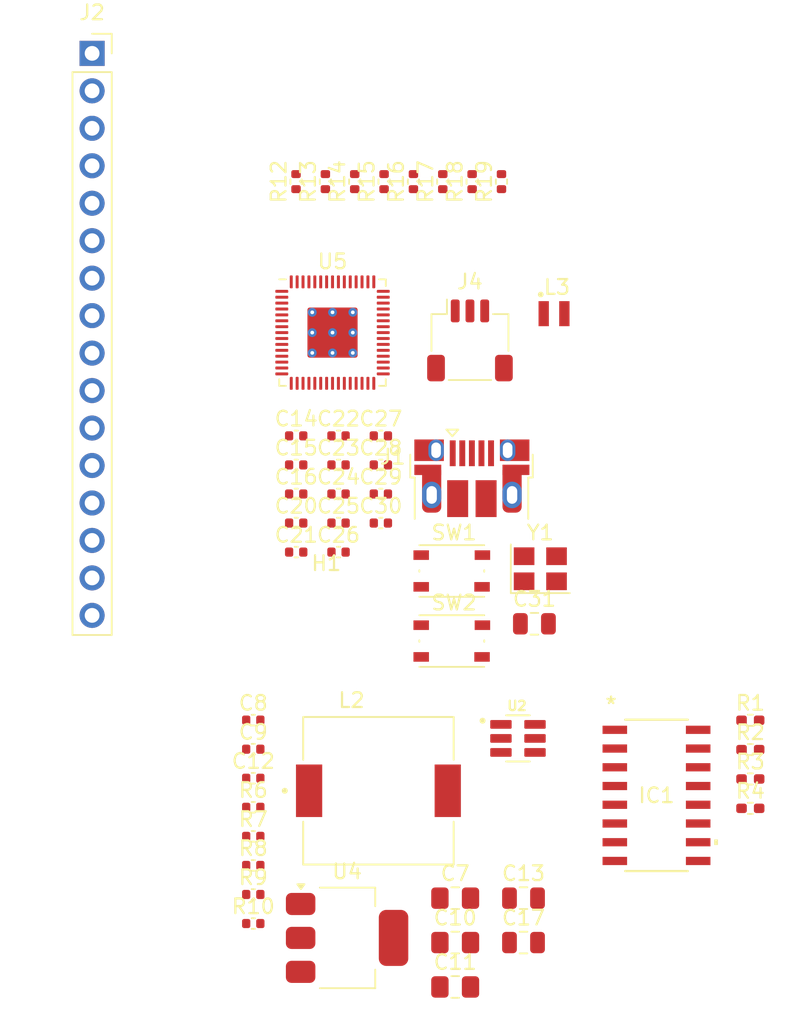
<source format=kicad_pcb>
(kicad_pcb (version 20241229) (generator "pcbnew") (generator_version "9.0")
  (layers (0 "F.Cu" signal) (2 "B.Cu" signal) (13 "F.Paste" user) (15 "B.Paste" user) (5 "F.SilkS" user "F.Silkscreen") (7 "B.SilkS" user "B.Silkscreen") (1 "F.Mask" user) (3 "B.Mask" user) (25 "Edge.Cuts" user))
  (net 0 "")
  (net 1 "GND")
  (net 2 "+12V")
  (net 3 "Net-(U2-BOOT)")
  (net 4 "Net-(U2-SW)")
  (net 5 "+5V")
  (net 6 "Net-(C12-Pad1)")
  (net 7 "/Power/FB")
  (net 8 "/RP2350A/XIN")
  (net 9 "Net-(C15-Pad1)")
  (net 10 "+3V3")
  (net 11 "+1V1")
  (net 12 "/RP2350A/VREG_AVDD")
  (net 13 "Net-(IC1-VIN2N)")
  (net 14 "AVDD")
  (net 16 "Net-(IC1-VBG)")
  (net 17 "Net-(IC1-VIN1P)")
  (net 19 "VCC")
  (net 20 "Net-(IC1-VIN2P)")
  (net 21 "/LOAD_CELL_DRDY")
  (net 22 "/LOAD_CELL_I2C_SDA")
  (net 23 "Net-(IC1-VIN1N)")
  (net 24 "/LOAD_CELL_I2C_SCL")
  (net 25 "/RP2350A/USB_D+")
  (net 26 "/RP2350A/USB_D-")
  (net 27 "/RP2350A/5V_USB")
  (net 29 "/LCD_RS{slash}DI")
  (net 30 "/LCD_A")
  (net 31 "/LCD_DB0")
  (net 32 "/LCD_E")
  (net 33 "/LCD_R_W")
  (net 34 "/LCD_DB3")
  (net 35 "/LCD_DB7")
  (net 36 "/LCD_VO")
  (net 37 "/LCD_DB2")
  (net 38 "/LCD_DB1")
  (net 39 "/LCD_DB6")
  (net 40 "/LCD_DB5")
  (net 41 "/LCD_DB4")
  (net 42 "/RP2350A/SWCLK")
  (net 43 "/RP2350A/SWD")
  (net 44 "/RP2350A/VREG_LX")
  (net 45 "/LOAD_CELL_P")
  (net 46 "/LOAD_CELL_N")
  (net 47 "Net-(U2-EN)")
  (net 48 "/RP2350A/QSPI_SS")
  (net 49 "/RP2350A/FLASH_SS")
  (net 50 "/RP2350A/XOUT")
  (net 51 "Net-(R15-Pad1)")
  (net 52 "/RP2350A/~{USB_BOOT}")
  (net 53 "Net-(U5-USB_DP)")
  (net 54 "Net-(U5-USB_DM)")
  (net 55 "/RP2350A/RUN")
  (net 56 "/RP2350A/GPIO26_ADC0")
  (net 57 "/RP2350A/QSPI_SD0")
  (net 58 "/RP2350A/GPIO20")
  (net 59 "/RP2350A/GPIO16")
  (net 60 "/RP2350A/QSPI_SCLK")
  (net 61 "/RP2350A/GPIO25")
  (net 62 "/RP2350A/GPIO21")
  (net 63 "/RP2350A/GPIO13")
  (net 64 "/RP2350A/GPIO18")
  (net 65 "/RP2350A/GPIO23")
  (net 66 "/RP2350A/QSPI_SD3")
  (net 67 "/MAIN_MCU_I2C_SDA")
  (net 68 "/RP2350A/QSPI_SD1")
  (net 69 "/RP2350A/GPIO22")
  (net 70 "/MAIN_MCU_I2C_SCL")
  (net 71 "/RP2350A/GPIO19")
  (net 72 "/RP2350A/GPIO27_ADC1")
  (net 73 "/RP2350A/GPIO29_ADC3")
  (net 74 "/RP2350A/GPIO28_ADC2")
  (net 75 "/RP2350A/GPIO24")
  (net 76 "/RP2350A/QSPI_SD2")
  (footprint "Resistor_SMD:R_0402_1005Metric" (layer "F.Cu") (at 331.14 19.44 90)
    (property "Reference" "R13" (at 0 -1.17 90) (layer "F.SilkS"))
    (property "Value" "DNF")
    (pad "1" smd roundrect (at -0.51 0 90) (size 0.54 0.64) (layers "F.Cu" "F.Mask" "F.Paste") (net 10 "+3V3"))
    (pad "2" smd roundrect (at 0.51 0 90) (size 0.54 0.64) (layers "F.Cu" "F.Mask" "F.Paste") (net 49 "/RP2350A/FLASH_SS"))
  )
  (footprint "Capacitor_SMD:C_0402_1005Metric" (layer "F.Cu") (at 332.0325 40.615)
    (property "Reference" "C24" (at 0 -1.16 0) (layer "F.SilkS"))
    (property "Value" "100n")
    (pad "1" smd roundrect (at -0.48 0) (size 0.56 0.62) (layers "F.Cu" "F.Mask" "F.Paste") (net 10 "+3V3"))
    (pad "2" smd roundrect (at 0.48 0) (size 0.56 0.62) (layers "F.Cu" "F.Mask" "F.Paste") (net 1 "GND"))
  )
  (footprint "Resistor_SMD:R_0402_1005Metric_Pad0.72x0.64mm_HandSolder" (layer "F.Cu") (at 359.9525 57.945)
    (property "Reference" "R2" (at 0 -1.17 0) (layer "F.SilkS"))
    (property "Value" "47, 0.1%")
    (pad "1" smd roundrect (at -0.5975 0) (size 0.715 0.64) (layers "F.Cu" "F.Mask" "F.Paste") (net 17 "Net-(IC1-VIN1P)"))
    (pad "2" smd roundrect (at 0.5975 0) (size 0.715 0.64) (layers "F.Cu" "F.Mask" "F.Paste") (net 46 "/LOAD_CELL_N"))
  )
  (footprint "Capacitor_SMD:C_0402_1005Metric" (layer "F.Cu") (at 329.1625 40.615)
    (property "Reference" "C16" (at 0 -1.16 0) (layer "F.SilkS"))
    (property "Value" "100n")
    (pad "1" smd roundrect (at -0.48 0) (size 0.56 0.62) (layers "F.Cu" "F.Mask" "F.Paste") (net 10 "+3V3"))
    (pad "2" smd roundrect (at 0.48 0) (size 0.56 0.62) (layers "F.Cu" "F.Mask" "F.Paste") (net 1 "GND"))
  )
  (footprint "Capacitor_SMD:C_0402_1005Metric" (layer "F.Cu") (at 332.0325 44.555)
    (property "Reference" "C26" (at 0 -1.16 0) (layer "F.SilkS"))
    (property "Value" "100n")
    (pad "1" smd roundrect (at -0.48 0) (size 0.56 0.62) (layers "F.Cu" "F.Mask" "F.Paste") (net 10 "+3V3"))
    (pad "2" smd roundrect (at 0.48 0) (size 0.56 0.62) (layers "F.Cu" "F.Mask" "F.Paste") (net 1 "GND"))
  )
  (footprint "Capacitor_SMD:C_0402_1005Metric" (layer "F.Cu") (at 329.1625 42.585)
    (property "Reference" "C20" (at 0 -1.16 0) (layer "F.SilkS"))
    (property "Value" "100n")
    (pad "1" smd roundrect (at -0.48 0) (size 0.56 0.62) (layers "F.Cu" "F.Mask" "F.Paste") (net 11 "+1V1"))
    (pad "2" smd roundrect (at 0.48 0) (size 0.56 0.62) (layers "F.Cu" "F.Mask" "F.Paste") (net 1 "GND"))
  )
  (footprint "Crystal:Crystal_SMD_3225-4Pin_3.2x2.5mm" (layer "F.Cu") (at 345.7125 45.685)
    (property "Reference" "Y1" (at 0 -2.45 0) (layer "F.SilkS"))
    (property "Value" "ABM8-272-T3")
    (pad "1" smd rect (at -1.1 0.85) (size 1.4 1.2) (layers "F.Cu" "F.Mask" "F.Paste") (net 8 "/RP2350A/XIN"))
    (pad "2" smd rect (at 1.1 0.85) (size 1.4 1.2) (layers "F.Cu" "F.Mask" "F.Paste") (net 1 "GND"))
    (pad "3" smd rect (at 1.1 -0.85) (size 1.4 1.2) (layers "F.Cu" "F.Mask" "F.Paste") (net 9 "Net-(C15-Pad1)"))
    (pad "4" smd rect (at -1.1 -0.85) (size 1.4 1.2) (layers "F.Cu" "F.Mask" "F.Paste") (net 1 "GND"))
  )
  (footprint "Capacitor_SMD:C_0402_1005Metric" (layer "F.Cu") (at 329.1625 44.555)
    (property "Reference" "C21" (at 0 -1.16 0) (layer "F.SilkS"))
    (property "Value" "4.7u")
    (pad "1" smd roundrect (at -0.48 0) (size 0.56 0.62) (layers "F.Cu" "F.Mask" "F.Paste") (net 12 "/RP2350A/VREG_AVDD"))
    (pad "2" smd roundrect (at 0.48 0) (size 0.56 0.62) (layers "F.Cu" "F.Mask" "F.Paste") (net 1 "GND"))
  )
  (footprint "Capacitor_SMD:C_0805_2012Metric" (layer "F.Cu") (at 344.5725 71.025)
    (property "Reference" "C17" (at 0 -1.68 0) (layer "F.SilkS"))
    (property "Value" "10u")
    (pad "1" smd roundrect (at -0.95 0) (size 1 1.45) (layers "F.Cu" "F.Mask" "F.Paste") (net 10 "+3V3"))
    (pad "2" smd roundrect (at 0.95 0) (size 1 1.45) (layers "F.Cu" "F.Mask" "F.Paste") (net 1 "GND"))
  )
  (footprint "Capacitor_SMD:C_0805_2012Metric_Pad1.18x1.45mm_HandSolder" (layer "F.Cu") (at 339.9425 68.015)
    (property "Reference" "C7" (at 0 -1.68 0) (layer "F.SilkS"))
    (property "Value" "22uF")
    (pad "1" smd roundrect (at -1.0375 0) (size 1.175 1.45) (layers "F.Cu" "F.Mask" "F.Paste") (roundrect_rratio 0.212766) (net 2 "+12V"))
    (pad "2" smd roundrect (at 1.0375 0) (size 1.175 1.45) (layers "F.Cu" "F.Mask" "F.Paste") (roundrect_rratio 0.212766) (net 1 "GND"))
  )
  (footprint "49022_Footprints:USB_Micro-B_Amphenol_10103594-0001LF_Horizontal_modified" (layer "F.Cu") (at 341.0725 40.68)
    (property "Reference" "J1" (at -5.365 -2.58 180) (layer "F.SilkS"))
    (property "Value" "USB_B_Micro")
    (pad "1" smd rect (at -1.3 -2.825 90) (size 1.75 0.4) (layers "F.Cu" "F.Mask" "F.Paste") (net 27 "/RP2350A/5V_USB"))
    (pad "2" smd rect (at -0.65 -2.825 90) (size 1.75 0.4) (layers "F.Cu" "F.Mask" "F.Paste") (net 26 "/RP2350A/USB_D-"))
    (pad "3" smd rect (at 0 -2.825 90) (size 1.75 0.4) (layers "F.Cu" "F.Mask" "F.Paste") (net 25 "/RP2350A/USB_D+"))
    (pad "4" smd rect (at 0.65 -2.825 90) (size 1.75 0.4) (layers "F.Cu" "F.Mask" "F.Paste"))
    (pad "5" smd rect (at 1.3 -2.825 90) (size 1.75 0.4) (layers "F.Cu" "F.Mask" "F.Paste") (net 1 "GND"))
    (pad "6" smd rect (at -2.9875 -1.7) (size 1.825 0.7) (layers "F.Cu" "F.Mask" "F.Paste") (net 1 "GND"))
    (pad "6" smd rect (at -2.9 -3.03) (size 2 1.46) (layers "F.Cu" "F.Mask" "F.Paste") (net 1 "GND"))
    (pad "6" smd roundrect (at -2.725 -0.425) (size 1.3 3.25) (layers "F.Cu" "F.Mask" "F.Paste") (roundrect_rratio 0.296) (net 1 "GND"))
    (pad "6" thru_hole oval (at -2.725 0 90) (size 1.8 1.3) (drill oval 1.2 0.7) (layers "*.Cu" "*.Mask") (net 1 "GND"))
    (pad "6" thru_hole oval (at -2.425 -3.03 90) (size 1.45 1.05) (drill oval 1.05 0.65) (layers "*.Cu" "*.Mask") (net 1 "GND"))
    (pad "6" smd rect (at -0.9625 0.25 90) (size 2.5 1.425) (layers "F.Cu" "F.Mask" "F.Paste") (net 1 "GND"))
    (pad "6" smd rect (at 0.9625 0.25 90) (size 2.5 1.425) (layers "F.Cu" "F.Mask" "F.Paste") (net 1 "GND"))
    (pad "6" thru_hole oval (at 2.425 -3.03 90) (size 1.45 1.05) (drill oval 1.05 0.65) (layers "*.Cu" "*.Mask") (net 1 "GND"))
    (pad "6" smd roundrect (at 2.725 -0.425) (size 1.3 3.25) (layers "F.Cu" "F.Mask" "F.Paste") (roundrect_rratio 0.296) (net 1 "GND"))
    (pad "6" thru_hole oval (at 2.725 0 90) (size 1.8 1.3) (drill oval 1.2 0.7) (layers "*.Cu" "*.Mask") (net 1 "GND"))
    (pad "6" smd rect (at 2.9 -3.03) (size 2 1.46) (layers "F.Cu" "F.Mask" "F.Paste") (net 1 "GND"))
    (pad "6" smd rect (at 2.9875 -1.7) (size 1.825 0.7) (layers "F.Cu" "F.Mask" "F.Paste") (net 1 "GND"))
  )
  (footprint "MountingHole:MountingHole_2.7mm_M2.5" (layer "F.Cu") (at 331.2025 49.015)
    (property "Reference" "H1" (at 0 -3.7 0) (layer "F.SilkS"))
    (property "Value" "MountingHole")
    (pad "" np_thru_hole circle (at 0 0) (size 2.7 2.7) (drill 2.7) (layers "*.Cu" "*.Mask"))
  )
  (footprint "Capacitor_SMD:C_0805_2012Metric" (layer "F.Cu") (at 344.5725 68.015)
    (property "Reference" "C13" (at 0 -1.68 0) (layer "F.SilkS"))
    (property "Value" "10u")
    (pad "1" smd roundrect (at -0.95 0) (size 1 1.45) (layers "F.Cu" "F.Mask" "F.Paste") (net 5 "+5V"))
    (pad "2" smd roundrect (at 0.95 0) (size 1 1.45) (layers "F.Cu" "F.Mask" "F.Paste") (net 1 "GND"))
  )
  (footprint "49022_Footprints:TPS54202" (layer "F.Cu") (at 344.1975 57.185)
    (property "Reference" "U2" (at -0.068 -2.2064 0) (layer "F.SilkS") (effects (font (size 0.64 0.64))))
    (property "Value" "TPS54202DDCT")
    (pad "1" smd roundrect (at -1.155 -0.95) (size 1.45 0.59) (layers "F.Cu" "F.Mask" "F.Paste") (roundrect_rratio 0.125) (net 1 "GND"))
    (pad "2" smd roundrect (at -1.155 0) (size 1.45 0.59) (layers "F.Cu" "F.Mask" "F.Paste") (roundrect_rratio 0.125) (net 4 "Net-(U2-SW)"))
    (pad "3" smd roundrect (at -1.155 0.95) (size 1.45 0.59) (layers "F.Cu" "F.Mask" "F.Paste") (roundrect_rratio 0.125) (net 2 "+12V"))
    (pad "4" smd roundrect (at 1.155 0.95) (size 1.45 0.59) (layers "F.Cu" "F.Mask" "F.Paste") (roundrect_rratio 0.125) (net 7 "/Power/FB"))
    (pad "5" smd roundrect (at 1.155 0) (size 1.45 0.59) (layers "F.Cu" "F.Mask" "F.Paste") (roundrect_rratio 0.125) (net 47 "Net-(U2-EN)"))
    (pad "6" smd roundrect (at 1.155 -0.95) (size 1.45 0.59) (layers "F.Cu" "F.Mask" "F.Paste") (roundrect_rratio 0.125) (net 3 "Net-(U2-BOOT)"))
  )
  (footprint "Capacitor_SMD:C_0402_1005Metric" (layer "F.Cu") (at 326.2525 67.765)
    (property "Reference" "R9" (at 0 -1.16 0) (layer "F.SilkS"))
    (property "Value" "100k, 1%")
    (pad "1" smd roundrect (at -0.48 0) (size 0.56 0.62) (layers "F.Cu" "F.Mask" "F.Paste") (net 6 "Net-(C12-Pad1)"))
    (pad "2" smd roundrect (at 0.48 0) (size 0.56 0.62) (layers "F.Cu" "F.Mask" "F.Paste") (net 7 "/Power/FB"))
  )
  (footprint "Capacitor_SMD:C_0805_2012Metric_Pad1.18x1.45mm_HandSolder" (layer "F.Cu") (at 339.9425 71.025)
    (property "Reference" "C10" (at 0 -1.68 0) (layer "F.SilkS"))
    (property "Value" "22uF,25V")
    (pad "1" smd roundrect (at -1.0375 0) (size 1.175 1.45) (layers "F.Cu" "F.Mask" "F.Paste") (roundrect_rratio 0.212766) (net 5 "+5V"))
    (pad "2" smd roundrect (at 1.0375 0) (size 1.175 1.45) (layers "F.Cu" "F.Mask" "F.Paste") (roundrect_rratio 0.212766) (net 1 "GND"))
  )
  (footprint "Capacitor_SMD:C_0805_2012Metric_Pad1.18x1.45mm_HandSolder" (layer "F.Cu") (at 339.9425 74.035)
    (property "Reference" "C11" (at 0 -1.68 0) (layer "F.SilkS"))
    (property "Value" "22uF,25V")
    (pad "1" smd roundrect (at -1.0375 0) (size 1.175 1.45) (layers "F.Cu" "F.Mask" "F.Paste") (roundrect_rratio 0.212766) (net 5 "+5V"))
    (pad "2" smd roundrect (at 1.0375 0) (size 1.175 1.45) (layers "F.Cu" "F.Mask" "F.Paste") (roundrect_rratio 0.212766) (net 1 "GND"))
  )
  (footprint "Button_Switch_SMD:SW_Push_1P1T_NO_Vertical_Wuerth_434133025816" (layer "F.Cu") (at 339.7125 50.585)
    (property "Reference" "SW2" (at 0.15 -2.6 0) (layer "F.SilkS"))
    (property "Value" "SW_Push")
    (pad "1" smd rect (at -2.075 -1.075) (size 1.05 0.65) (layers "F.Cu" "F.Mask" "F.Paste") (net 51 "Net-(R15-Pad1)"))
    (pad "1" smd rect (at 2.075 -1.075) (size 1.05 0.65) (layers "F.Cu" "F.Mask" "F.Paste") (net 51 "Net-(R15-Pad1)"))
    (pad "2" smd rect (at -2.075 1.075) (size 1.05 0.65) (layers "F.Cu" "F.Mask" "F.Paste") (net 55 "/RP2350A/RUN"))
    (pad "2" smd rect (at 2.05 1.075) (size 1.05 0.65) (layers "F.Cu" "F.Mask" "F.Paste") (net 55 "/RP2350A/RUN"))
  )
  (footprint "Capacitor_SMD:C_0402_1005Metric" (layer "F.Cu") (at 334.9025 40.615)
    (property "Reference" "C29" (at 0 -1.16 0) (layer "F.SilkS"))
    (property "Value" "100n")
    (pad "1" smd roundrect (at -0.48 0) (size 0.56 0.62) (layers "F.Cu" "F.Mask" "F.Paste") (net 10 "+3V3"))
    (pad "2" smd roundrect (at 0.48 0) (size 0.56 0.62) (layers "F.Cu" "F.Mask" "F.Paste") (net 1 "GND"))
  )
  (footprint "Resistor_SMD:R_0402_1005Metric_Pad0.72x0.64mm_HandSolder" (layer "F.Cu") (at 359.9525 61.925)
    (property "Reference" "R4" (at 0 -1.17 0) (layer "F.SilkS"))
    (property "Value" "10K, 1%")
    (pad "1" smd roundrect (at -0.5975 0) (size 0.715 0.64) (layers "F.Cu" "F.Mask" "F.Paste") (net 24 "/LOAD_CELL_I2C_SCL"))
    (pad "2" smd roundrect (at 0.5975 0) (size 0.715 0.64) (layers "F.Cu" "F.Mask" "F.Paste") (net 19 "VCC"))
  )
  (footprint "Capacitor_SMD:C_0402_1005Metric" (layer "F.Cu") (at 332.0325 38.645)
    (property "Reference" "C23" (at 0 -1.16 0) (layer "F.SilkS"))
    (property "Value" "100n")
    (pad "1" smd roundrect (at -0.48 0) (size 0.56 0.62) (layers "F.Cu" "F.Mask" "F.Paste") (net 11 "+1V1"))
    (pad "2" smd roundrect (at 0.48 0) (size 0.56 0.62) (layers "F.Cu" "F.Mask" "F.Paste") (net 1 "GND"))
  )
  (footprint "Resistor_SMD:R_0402_1005Metric" (layer "F.Cu") (at 329.15 19.44 90)
    (property "Reference" "R12" (at 0 -1.17 90) (layer "F.SilkS"))
    (property "Value" "0")
    (pad "1" smd roundrect (at -0.51 0 90) (size 0.54 0.64) (layers "F.Cu" "F.Mask" "F.Paste") (net 48 "/RP2350A/QSPI_SS"))
    (pad "2" smd roundrect (at 0.51 0 90) (size 0.54 0.64) (layers "F.Cu" "F.Mask" "F.Paste") (net 49 "/RP2350A/FLASH_SS"))
  )
  (footprint "Connector_JST:JST_SH_SM03B-SRSS-TB_1x03-1MP_P1.00mm_Horizontal" (layer "F.Cu") (at 340.9425 30.205)
    (property "Reference" "J4" (at 0 -3.98 0) (layer "F.SilkS"))
    (property "Value" "SM03B-SRSS-TB")
    (pad "1" smd roundrect (at -1 -2) (size 0.6 1.55) (layers "F.Cu" "F.Mask" "F.Paste") (net 42 "/RP2350A/SWCLK"))
    (pad "2" smd roundrect (at 0 -2) (size 0.6 1.55) (layers "F.Cu" "F.Mask" "F.Paste") (net 1 "GND"))
    (pad "3" smd roundrect (at 1 -2) (size 0.6 1.55) (layers "F.Cu" "F.Mask" "F.Paste") (net 43 "/RP2350A/SWD"))
    (pad "MP" smd roundrect (at -2.3 1.875) (size 1.2 1.8) (layers "F.Cu" "F.Mask" "F.Paste") (roundrect_rratio 0.208333) (net 1 "GND"))
    (pad "MP" smd roundrect (at 2.3 1.875) (size 1.2 1.8) (layers "F.Cu" "F.Mask" "F.Paste") (roundrect_rratio 0.208333) (net 1 "GND"))
  )
  (footprint "Capacitor_SMD:C_0402_1005Metric" (layer "F.Cu") (at 334.9025 42.585)
    (property "Reference" "C30" (at 0 -1.16 0) (layer "F.SilkS"))
    (property "Value" "100n")
    (pad "1" smd roundrect (at -0.48 0) (size 0.56 0.62) (layers "F.Cu" "F.Mask" "F.Paste") (net 10 "+3V3"))
    (pad "2" smd roundrect (at 0.48 0) (size 0.56 0.62) (layers "F.Cu" "F.Mask" "F.Paste") (net 1 "GND"))
  )
  (footprint "Capacitor_SMD:C_0402_1005Metric" (layer "F.Cu") (at 334.9025 38.645)
    (property "Reference" "C28" (at 0 -1.16 0) (layer "F.SilkS"))
    (property "Value" "100n")
    (pad "1" smd roundrect (at -0.48 0) (size 0.56 0.62) (layers "F.Cu" "F.Mask" "F.Paste") (net 10 "+3V3"))
    (pad "2" smd roundrect (at 0.48 0) (size 0.56 0.62) (layers "F.Cu" "F.Mask" "F.Paste") (net 1 "GND"))
  )
  (footprint "Capacitor_SMD:C_0402_1005Metric" (layer "F.Cu") (at 326.2525 55.945)
    (property "Reference" "C8" (at 0 -1.16 0) (layer "F.SilkS"))
    (property "Value" "0.1uF")
    (pad "1" smd roundrect (at -0.48 0) (size 0.56 0.62) (layers "F.Cu" "F.Mask" "F.Paste") (net 2 "+12V"))
    (pad "2" smd roundrect (at 0.48 0) (size 0.56 0.62) (layers "F.Cu" "F.Mask" "F.Paste") (net 1 "GND"))
  )
  (footprint "49022_Footprints:IND_MSS1048" (layer "F.Cu") (at 334.7375 60.735)
    (property "Reference" "L2" (at -1.825 -6.135 0) (layer "F.SilkS"))
    (property "Value" "MSS1048T-563ML")
    (pad "1" smd rect (at -4.7 0) (size 1.78 3.56) (layers "F.Cu" "F.Mask" "F.Paste") (net 4 "Net-(U2-SW)"))
    (pad "2" smd rect (at 4.7 0) (size 1.78 3.56) (layers "F.Cu" "F.Mask" "F.Paste") (net 5 "+5V"))
  )
  (footprint "Capacitor_SMD:C_0402_1005Metric" (layer "F.Cu") (at 326.2525 61.855)
    (property "Reference" "R6" (at 0 -1.16 0) (layer "F.SilkS"))
    (property "Value" "0")
    (pad "1" smd roundrect (at -0.48 0) (size 0.56 0.62) (layers "F.Cu" "F.Mask" "F.Paste") (net 2 "+12V"))
    (pad "2" smd roundrect (at 0.48 0) (size 0.56 0.62) (layers "F.Cu" "F.Mask" "F.Paste") (net 47 "Net-(U2-EN)"))
  )
  (footprint "Resistor_SMD:R_0402_1005Metric" (layer "F.Cu") (at 333.13 19.44 90)
    (property "Reference" "R14" (at 0 -1.17 90) (layer "F.SilkS"))
    (property "Value" "1k")
    (pad "1" smd roundrect (at -0.51 0 90) (size 0.54 0.64) (layers "F.Cu" "F.Mask" "F.Paste") (net 50 "/RP2350A/XOUT"))
    (pad "2" smd roundrect (at 0.51 0 90) (size 0.54 0.64) (layers "F.Cu" "F.Mask" "F.Paste") (net 9 "Net-(C15-Pad1)"))
  )
  (footprint "Package_TO_SOT_SMD:SOT-223-3_TabPin2" (layer "F.Cu") (at 332.6125 70.71)
    (property "Reference" "U4" (at 0 -4.5 0) (layer "F.SilkS"))
    (property "Value" "NCP1117-3.3_SOT223")
    (pad "1" smd roundrect (at -3.15 -2.3) (size 2 1.5) (layers "F.Cu" "F.Mask" "F.Paste") (net 1 "GND"))
    (pad "2" smd roundrect (at -3.15 0) (size 2 1.5) (layers "F.Cu" "F.Mask" "F.Paste") (net 10 "+3V3"))
    (pad "2" smd roundrect (at 3.15 0) (size 2 3.8) (layers "F.Cu" "F.Mask" "F.Paste") (net 10 "+3V3"))
    (pad "3" smd roundrect (at -3.15 2.3) (size 2 1.5) (layers "F.Cu" "F.Mask" "F.Paste") (net 5 "+5V"))
  )
  (footprint "Connector_PinSocket_2.54mm:PinSocket_1x16_P2.54mm_Vertical" (layer "F.Cu") (at 315.325 10.745)
    (property "Reference" "J2" (at 0 -2.77 0) (layer "F.SilkS"))
    (property "Value" "Conn_01x16_Pin")
    (pad "1" thru_hole rect (at 0 0) (size 1.7 1.7) (drill 1) (layers "*.Cu" "*.Mask") (net 1 "GND"))
    (pad "2" thru_hole oval (at 0 2.54) (size 1.7 1.7) (drill 1) (layers "*.Cu" "*.Mask") (net 5 "+5V"))
    (pad "3" thru_hole oval (at 0 5.08) (size 1.7 1.7) (drill 1) (layers "*.Cu" "*.Mask") (net 36 "/LCD_VO"))
    (pad "4" thru_hole oval (at 0 7.62) (size 1.7 1.7) (drill 1) (layers "*.Cu" "*.Mask") (net 29 "/LCD_RS{slash}DI"))
    (pad "5" thru_hole oval (at 0 10.16) (size 1.7 1.7) (drill 1) (layers "*.Cu" "*.Mask") (net 33 "/LCD_R_W"))
    (pad "6" thru_hole oval (at 0 12.7) (size 1.7 1.7) (drill 1) (layers "*.Cu" "*.Mask") (net 32 "/LCD_E"))
    (pad "7" thru_hole oval (at 0 15.24) (size 1.7 1.7) (drill 1) (layers "*.Cu" "*.Mask") (net 31 "/LCD_DB0"))
    (pad "8" thru_hole oval (at 0 17.78) (size 1.7 1.7) (drill 1) (layers "*.Cu" "*.Mask") (net 38 "/LCD_DB1"))
    (pad "9" thru_hole oval (at 0 20.32) (size 1.7 1.7) (drill 1) (layers "*.Cu" "*.Mask") (net 37 "/LCD_DB2"))
    (pad "10" thru_hole oval (at 0 22.86) (size 1.7 1.7) (drill 1) (layers "*.Cu" "*.Mask") (net 34 "/LCD_DB3"))
    (pad "11" thru_hole oval (at 0 25.4) (size 1.7 1.7) (drill 1) (layers "*.Cu" "*.Mask") (net 41 "/LCD_DB4"))
    (pad "12" thru_hole oval (at 0 27.94) (size 1.7 1.7) (drill 1) (layers "*.Cu" "*.Mask") (net 40 "/LCD_DB5"))
    (pad "13" thru_hole oval (at 0 30.48) (size 1.7 1.7) (drill 1) (layers "*.Cu" "*.Mask") (net 39 "/LCD_DB6"))
    (pad "14" thru_hole oval (at 0 33.02) (size 1.7 1.7) (drill 1) (layers "*.Cu" "*.Mask") (net 35 "/LCD_DB7"))
    (pad "15" thru_hole oval (at 0 35.56) (size 1.7 1.7) (drill 1) (layers "*.Cu" "*.Mask") (net 30 "/LCD_A"))
    (pad "16" thru_hole oval (at 0 38.1) (size 1.7 1.7) (drill 1) (layers "*.Cu" "*.Mask") (net 1 "GND"))
  )
  (footprint "Capacitor_SMD:C_0402_1005Metric" (layer "F.Cu") (at 326.2525 57.915)
    (property "Reference" "C9" (at 0 -1.16 0) (layer "F.SilkS"))
    (property "Value" "0.1uF")
    (pad "1" smd roundrect (at -0.48 0) (size 0.56 0.62) (layers "F.Cu" "F.Mask" "F.Paste") (net 4 "Net-(U2-SW)"))
    (pad "2" smd roundrect (at 0.48 0) (size 0.56 0.62) (layers "F.Cu" "F.Mask" "F.Paste") (net 3 "Net-(U2-BOOT)"))
  )
  (footprint "Capacitor_SMD:C_0402_1005Metric" (layer "F.Cu") (at 332.0325 36.675)
    (property "Reference" "C22" (at 0 -1.16 0) (layer "F.SilkS"))
    (property "Value" "4.7u")
    (pad "1" smd roundrect (at -0.48 0) (size 0.56 0.62) (layers "F.Cu" "F.Mask" "F.Paste") (net 11 "+1V1"))
    (pad "2" smd roundrect (at 0.48 0) (size 0.56 0.62) (layers "F.Cu" "F.Mask" "F.Paste") (net 1 "GND"))
  )
  (footprint "Capacitor_SMD:C_0402_1005Metric" (layer "F.Cu") (at 329.1625 36.675)
    (property "Reference" "C14" (at 0 -1.16 0) (layer "F.SilkS"))
    (property "Value" "15p")
    (pad "1" smd roundrect (at -0.48 0) (size 0.56 0.62) (layers "F.Cu" "F.Mask" "F.Paste") (net 8 "/RP2350A/XIN"))
    (pad "2" smd roundrect (at 0.48 0) (size 0.56 0.62) (layers "F.Cu" "F.Mask" "F.Paste") (net 1 "GND"))
  )
  (footprint "49022_Footprints:RP2350-QFN-60-1EP_7x7_P0.4mm_EP3.4x3.4mm_ThermalVias" (layer "F.Cu") (at 331.625 29.675)
    (property "Reference" "U5" (at 0 -4.82 0) (layer "F.SilkS"))
    (property "Value" "RP2350_60QFN")
    (pad "1" smd roundrect (at -3.4375 -2.8) (size 0.875 0.2) (layers "F.Cu" "F.Mask" "F.Paste") (chamfer_ratio 0.25) (chamfer top_right) (net 10 "+3V3"))
    (pad "2" smd roundrect (at -3.4375 -2.4) (size 0.875 0.2) (layers "F.Cu" "F.Mask" "F.Paste") (net 29 "/LCD_RS{slash}DI"))
    (pad "3" smd roundrect (at -3.4375 -2) (size 0.875 0.2) (layers "F.Cu" "F.Mask" "F.Paste") (net 33 "/LCD_R_W"))
    (pad "4" smd roundrect (at -3.4375 -1.6) (size 0.875 0.2) (layers "F.Cu" "F.Mask" "F.Paste") (net 32 "/LCD_E"))
    (pad "5" smd roundrect (at -3.4375 -1.2) (size 0.875 0.2) (layers "F.Cu" "F.Mask" "F.Paste") (net 31 "/LCD_DB0"))
    (pad "6" smd roundrect (at -3.4375 -0.8) (size 0.875 0.2) (layers "F.Cu" "F.Mask" "F.Paste") (net 11 "+1V1"))
    (pad "7" smd roundrect (at -3.4375 -0.4) (size 0.875 0.2) (layers "F.Cu" "F.Mask" "F.Paste") (net 38 "/LCD_DB1"))
    (pad "8" smd roundrect (at -3.4375 0) (size 0.875 0.2) (layers "F.Cu" "F.Mask" "F.Paste") (net 37 "/LCD_DB2"))
    (pad "9" smd roundrect (at -3.4375 0.4) (size 0.875 0.2) (layers "F.Cu" "F.Mask" "F.Paste") (net 34 "/LCD_DB3"))
    (pad "10" smd roundrect (at -3.4375 0.8) (size 0.875 0.2) (layers "F.Cu" "F.Mask" "F.Paste") (net 41 "/LCD_DB4"))
    (pad "11" smd roundrect (at -3.4375 1.2) (size 0.875 0.2) (layers "F.Cu" "F.Mask" "F.Paste") (net 10 "+3V3"))
    (pad "12" smd roundrect (at -3.4375 1.6) (size 0.875 0.2) (layers "F.Cu" "F.Mask" "F.Paste") (net 40 "/LCD_DB5"))
    (pad "13" smd roundrect (at -3.4375 2) (size 0.875 0.2) (layers "F.Cu" "F.Mask" "F.Paste") (net 39 "/LCD_DB6"))
    (pad "14" smd roundrect (at -3.4375 2.4) (size 0.875 0.2) (layers "F.Cu" "F.Mask" "F.Paste") (net 35 "/LCD_DB7"))
    (pad "15" smd roundrect (at -3.4375 2.8) (size 0.875 0.2) (layers "F.Cu" "F.Mask" "F.Paste") (chamfer_ratio 0.25) (chamfer bottom_right) (net 22 "/LOAD_CELL_I2C_SDA"))
    (pad "16" smd roundrect (at -2.8 3.4375) (size 0.2 0.875) (layers "F.Cu" "F.Mask" "F.Paste") (chamfer_ratio 0.25) (chamfer top_left) (net 24 "/LOAD_CELL_I2C_SCL"))
    (pad "17" smd roundrect (at -2.4 3.4375) (size 0.2 0.875) (layers "F.Cu" "F.Mask" "F.Paste") (net 63 "/RP2350A/GPIO13"))
    (pad "18" smd roundrect (at -2 3.4375) (size 0.2 0.875) (layers "F.Cu" "F.Mask" "F.Paste") (net 67 "/MAIN_MCU_I2C_SDA"))
    (pad "19" smd roundrect (at -1.6 3.4375) (size 0.2 0.875) (layers "F.Cu" "F.Mask" "F.Paste") (net 70 "/MAIN_MCU_I2C_SCL"))
    (pad "20" smd roundrect (at -1.2 3.4375) (size 0.2 0.875) (layers "F.Cu" "F.Mask" "F.Paste") (net 10 "+3V3"))
    (pad "21" smd roundrect (at -0.8 3.4375) (size 0.2 0.875) (layers "F.Cu" "F.Mask" "F.Paste") (net 8 "/RP2350A/XIN"))
    (pad "22" smd roundrect (at -0.4 3.4375) (size 0.2 0.875) (layers "F.Cu" "F.Mask" "F.Paste") (net 50 "/RP2350A/XOUT"))
    (pad "23" smd roundrect (at 0 3.4375) (size 0.2 0.875) (layers "F.Cu" "F.Mask" "F.Paste") (net 11 "+1V1"))
    (pad "24" smd roundrect (at 0.4 3.4375) (size 0.2 0.875) (layers "F.Cu" "F.Mask" "F.Paste") (net 42 "/RP2350A/SWCLK"))
    (pad "25" smd roundrect (at 0.8 3.4375) (size 0.2 0.875) (layers "F.Cu" "F.Mask" "F.Paste") (net 43 "/RP2350A/SWD"))
    (pad "26" smd roundrect (at 1.2 3.4375) (size 0.2 0.875) (layers "F.Cu" "F.Mask" "F.Paste") (net 55 "/RP2350A/RUN"))
    (pad "27" smd roundrect (at 1.6 3.4375) (size 0.2 0.875) (layers "F.Cu" "F.Mask" "F.Paste") (net 59 "/RP2350A/GPIO16"))
    (pad "28" smd roundrect (at 2 3.4375) (size 0.2 0.875) (layers "F.Cu" "F.Mask" "F.Paste") (net 21 "/LOAD_CELL_DRDY"))
    (pad "29" smd roundrect (at 2.4 3.4375) (size 0.2 0.875) (layers "F.Cu" "F.Mask" "F.Paste") (net 64 "/RP2350A/GPIO18"))
    (pad "30" smd roundrect (at 2.8 3.4375) (size 0.2 0.875) (layers "F.Cu" "F.Mask" "F.Paste") (chamfer_ratio 0.25) (chamfer top_right) (net 10 "+3V3"))
    (pad "31" smd roundrect (at 3.4375 2.8) (size 0.875 0.2) (layers "F.Cu" "F.Mask" "F.Paste") (chamfer_ratio 0.25) (chamfer bottom_left) (net 71 "/RP2350A/GPIO19"))
    (pad "32" smd roundrect (at 3.4375 2.4) (size 0.875 0.2) (layers "F.Cu" "F.Mask" "F.Paste") (net 58 "/RP2350A/GPIO20"))
    (pad "33" smd roundrect (at 3.4375 2) (size 0.875 0.2) (layers "F.Cu" "F.Mask" "F.Paste") (net 62 "/RP2350A/GPIO21"))
    (pad "34" smd roundrect (at 3.4375 1.6) (size 0.875 0.2) (layers "F.Cu" "F.Mask" "F.Paste") (net 69 "/RP2350A/GPIO22"))
    (pad "35" smd roundrect (at 3.4375 1.2) (size 0.875 0.2) (layers "F.Cu" "F.Mask" "F.Paste") (net 65 "/RP2350A/GPIO23"))
    (pad "36" smd roundrect (at 3.4375 0.8) (size 0.875 0.2) (layers "F.Cu" "F.Mask" "F.Paste") (net 75 "/RP2350A/GPIO24"))
    (pad "37" smd roundrect (at 3.4375 0.4) (size 0.875 0.2) (layers "F.Cu" "F.Mask" "F.Paste") (net 61 "/RP2350A/GPIO25"))
    (pad "38" smd roundrect (at 3.4375 0) (size 0.875 0.2) (layers "F.Cu" "F.Mask" "F.Paste") (net 10 "+3V3"))
    (pad "39" smd roundrect (at 3.4375 -0.4) (size 0.875 0.2) (layers "F.Cu" "F.Mask" "F.Paste") (net 11 "+1V1"))
    (pad "40" smd roundrect (at 3.4375 -0.8) (size 0.875 0.2) (layers "F.Cu" "F.Mask" "F.Paste") (net 56 "/RP2350A/GPIO26_ADC0"))
    (pad "41" smd roundrect (at 3.4375 -1.2) (size 0.875 0.2) (layers "F.Cu" "F.Mask" "F.Paste") (net 72 "/RP2350A/GPIO27_ADC1"))
    (pad "42" smd roundrect (at 3.4375 -1.6) (size 0.875 0.2) (layers "F.Cu" "F.Mask" "F.Paste") (net 74 "/RP2350A/GPIO28_ADC2"))
    (pad "43" smd roundrect (at 3.4375 -2) (size 0.875 0.2) (layers "F.Cu" "F.Mask" "F.Paste") (net 73 "/RP2350A/GPIO29_ADC3"))
    (pad "44" smd roundrect (at 3.4375 -2.4) (size 0.875 0.2) (layers "F.Cu" "F.Mask" "F.Paste") (net 10 "+3V3"))
    (pad "45" smd roundrect (at 3.4375 -2.8) (size 0.875 0.2) (layers "F.Cu" "F.Mask" "F.Paste") (chamfer_ratio 0.25) (chamfer top_left) (net 10 "+3V3"))
    (pad "46" smd roundrect (at 2.8 -3.4375) (size 0.2 0.875) (layers "F.Cu" "F.Mask" "F.Paste") (chamfer_ratio 0.25) (chamfer bottom_right) (net 12 "/RP2350A/VREG_AVDD"))
    (pad "47" smd roundrect (at 2.4 -3.4375) (size 0.2 0.875) (layers "F.Cu" "F.Mask" "F.Paste") (net 1 "GND"))
    (pad "48" smd roundrect (at 2 -3.4375) (size 0.2 0.875) (layers "F.Cu" "F.Mask" "F.Paste") (net 44 "/RP2350A/VREG_LX"))
    (pad "49" smd roundrect (at 1.6 -3.4375) (size 0.2 0.875) (layers "F.Cu" "F.Mask" "F.Paste") (net 10 "+3V3"))
    (pad "50" smd roundrect (at 1.2 -3.4375) (size 0.2 0.875) (layers "F.Cu" "F.Mask" "F.Paste") (net 11 "+1V1"))
    (pad "51" smd roundrect (at 0.8 -3.4375) (size 0.2 0.875) (layers "F.Cu" "F.Mask" "F.Paste") (net 54 "Net-(U5-USB_DM)"))
    (pad "52" smd roundrect (at 0.4 -3.4375) (size 0.2 0.875) (layers "F.Cu" "F.Mask" "F.Paste") (net 53 "Net-(U5-USB_DP)"))
    (pad "53" smd roundrect (at 0 -3.4375) (size 0.2 0.875) (layers "F.Cu" "F.Mask" "F.Paste") (net 10 "+3V3"))
    (pad "54" smd roundrect (at -0.4 -3.4375) (size 0.2 0.875) (layers "F.Cu" "F.Mask" "F.Paste") (net 10 "+3V3"))
    (pad "55" smd roundrect (at -0.8 -3.4375) (size 0.2 0.875) (layers "F.Cu" "F.Mask" "F.Paste") (net 66 "/RP2350A/QSPI_SD3"))
    (pad "56" smd roundrect (at -1.2 -3.4375) (size 0.2 0.875) (layers "F.Cu" "F.Mask" "F.Paste") (net 60 "/RP2350A/QSPI_SCLK"))
    (pad "57" smd roundrect (at -1.6 -3.4375) (size 0.2 0.875) (layers "F.Cu" "F.Mask" "F.Paste") (net 57 "/RP2350A/QSPI_SD0"))
    (pad "58" smd roundrect (at -2 -3.4375) (size 0.2 0.875) (layers "F.Cu" "F.Mask" "F.Paste") (net 76 "/RP2350A/QSPI_SD2"))
    (pad "59" smd roundrect (at -2.4 -3.4375) (size 0.2 0.875) (layers "F.Cu" "F.Mask" "F.Paste") (net 68 "/RP2350A/QSPI_SD1"))
    (pad "60" smd roundrect (at -2.8 -3.4375) (size 0.2 0.875) (layers "F.Cu" "F.Mask" "F.Paste") (chamfer_ratio 0.25) (chamfer bottom_left) (net 48 "/RP2350A/QSPI_SS"))
    (pad "61" thru_hole circle (at -1.375 -1.375) (size 0.6 0.6) (drill 0.25) (layers "*.Cu") (net 1 "GND"))
    (pad "61" thru_hole circle (at -1.375 0) (size 0.6 0.6) (drill 0.25) (layers "*.Cu") (net 1 "GND"))
    (pad "61" thru_hole circle (at -1.375 1.375) (size 0.6 0.6) (drill 0.25) (layers "*.Cu") (net 1 "GND"))
    (pad "61" thru_hole circle (at 0 -1.375) (size 0.6 0.6) (drill 0.25) (layers "*.Cu") (net 1 "GND"))
    (pad "61" thru_hole circle (at 0 0) (size 0.6 0.6) (drill 0.25) (layers "*.Cu") (net 1 "GND"))
    (pad "61" smd roundrect (at 0 0 90) (size 3.4 3.4) (layers "F.Cu" "F.Mask") (roundrect_rratio 0.045) (net 1 "GND"))
    (pad "61" thru_hole circle (at 0 1.375) (size 0.6 0.6) (drill 0.25) (layers "*.Cu") (net 1 "GND"))
    (pad "61" thru_hole circle (at 1.375 -1.375) (size 0.6 0.6) (drill 0.25) (layers "*.Cu") (net 1 "GND"))
    (pad "61" thru_hole circle (at 1.375 0) (size 0.6 0.6) (drill 0.25) (layers "*.Cu") (net 1 "GND"))
    (pad "61" thru_hole circle (at 1.375 1.375) (size 0.6 0.6) (drill 0.25) (layers "*.Cu") (net 1 "GND"))
  )
  (footprint "Resistor_SMD:R_0402_1005Metric" (layer "F.Cu") (at 337.11 19.44 90)
    (property "Reference" "R16" (at 0 -1.17 90) (layer "F.SilkS"))
    (property "Value" "33")
    (pad "1" smd roundrect (at -0.51 0 90) (size 0.54 0.64) (layers "F.Cu" "F.Mask" "F.Paste") (net 10 "+3V3"))
    (pad "2" smd roundrect (at 0.51 0 90) (size 0.54 0.64) (layers "F.Cu" "F.Mask" "F.Paste") (net 12 "/RP2350A/VREG_AVDD"))
  )
  (footprint "Capacitor_SMD:C_0402_1005Metric" (layer "F.Cu") (at 334.9025 36.675)
    (property "Reference" "C27" (at 0 -1.16 0) (layer "F.SilkS"))
    (property "Value" "100n")
    (pad "1" smd roundrect (at -0.48 0) (size 0.56 0.62) (layers "F.Cu" "F.Mask" "F.Paste") (net 10 "+3V3"))
    (pad "2" smd roundrect (at 0.48 0) (size 0.56 0.62) (layers "F.Cu" "F.Mask" "F.Paste") (net 1 "GND"))
  )
  (footprint "Capacitor_SMD:C_0402_1005Metric" (layer "F.Cu") (at 326.2525 65.795)
    (property "Reference" "R8" (at 0 -1.16 0) (layer "F.SilkS"))
    (property "Value" "49.9, 1%")
    (pad "1" smd roundrect (at -0.48 0) (size 0.56 0.62) (layers "F.Cu" "F.Mask" "F.Paste") (net 5 "+5V"))
    (pad "2" smd roundrect (at 0.48 0) (size 0.56 0.62) (layers "F.Cu" "F.Mask" "F.Paste") (net 6 "Net-(C12-Pad1)"))
  )
  (footprint "Capacitor_SMD:C_0805_2012Metric" (layer "F.Cu") (at 345.3125 49.415)
    (property "Reference" "C31" (at 0 -1.68 0) (layer "F.SilkS"))
    (property "Value" "10u")
    (pad "1" smd roundrect (at -0.95 0) (size 1 1.45) (layers "F.Cu" "F.Mask" "F.Paste") (net 10 "+3V3"))
    (pad "2" smd roundrect (at 0.95 0) (size 1 1.45) (layers "F.Cu" "F.Mask" "F.Paste") (net 1 "GND"))
  )
  (footprint "49022_Footprints:L_pol_2016" (layer "F.Cu") (at 346.6425 28.391421)
    (property "Reference" "L3" (at 0.2 -1.8 0) (layer "F.SilkS"))
    (property "Value" "3.3u")
    (pad "1" smd rect (at -0.7 0) (size 0.7 1.7) (layers "F.Cu" "F.Mask" "F.Paste") (net 11 "+1V1"))
    (pad "2" smd rect (at 0.7 0) (size 0.7 1.7) (layers "F.Cu" "F.Mask" "F.Paste") (net 44 "/RP2350A/VREG_LX"))
  )
  (footprint "Resistor_SMD:R_0402_1005Metric" (layer "F.Cu") (at 343.08 19.44 90)
    (property "Reference" "R19" (at 0 -1.17 90) (layer "F.SilkS"))
    (property "Value" "27")
    (pad "1" smd roundrect (at -0.51 0 90) (size 0.54 0.64) (layers "F.Cu" "F.Mask" "F.Paste") (net 26 "/RP2350A/USB_D-"))
    (pad "2" smd roundrect (at 0.51 0 90) (size 0.54 0.64) (layers "F.Cu" "F.Mask" "F.Paste") (net 54 "Net-(U5-USB_DM)"))
  )
  (footprint "Capacitor_SMD:C_0402_1005Metric" (layer "F.Cu") (at 332.0325 42.585)
    (property "Reference" "C25" (at 0 -1.16 0) (layer "F.SilkS"))
    (property "Value" "100n")
    (pad "1" smd roundrect (at -0.48 0) (size 0.56 0.62) (layers "F.Cu" "F.Mask" "F.Paste") (net 10 "+3V3"))
    (pad "2" smd roundrect (at 0.48 0) (size 0.56 0.62) (layers "F.Cu" "F.Mask" "F.Paste") (net 1 "GND"))
  )
  (footprint "49022_Footprints:SOI16_NAU7802SGI_NUV-M" (layer "F.Cu") (at 353.5893 61.048)
    (property "Reference" "IC1" (at 0 0 0) (layer "F.SilkS"))
    (property "Value" "NAU7802")
    (fp_text user "*" (at -3.07975 -6.1468 0) (layer "F.SilkS"))
    (fp_text user "*" (at -3.07975 -6.1468 0) (layer "F.SilkS"))
    (pad "1" smd rect (at -2.82575 -4.445) (size 1.6637 0.5588) (layers "F.Cu" "F.Mask" "F.Paste") (net 14 "AVDD"))
    (pad "2" smd rect (at -2.82575 -3.175) (size 1.6637 0.5588) (layers "F.Cu" "F.Mask" "F.Paste") (net 23 "Net-(IC1-VIN1N)"))
    (pad "3" smd rect (at -2.82575 -1.905) (size 1.6637 0.5588) (layers "F.Cu" "F.Mask" "F.Paste") (net 17 "Net-(IC1-VIN1P)"))
    (pad "4" smd rect (at -2.82575 -0.635) (size 1.6637 0.5588) (layers "F.Cu" "F.Mask" "F.Paste") (net 13 "Net-(IC1-VIN2N)"))
    (pad "5" smd rect (at -2.82575 0.635) (size 1.6637 0.5588) (layers "F.Cu" "F.Mask" "F.Paste") (net 20 "Net-(IC1-VIN2P)"))
    (pad "6" smd rect (at -2.82575 1.905) (size 1.6637 0.5588) (layers "F.Cu" "F.Mask" "F.Paste") (net 16 "Net-(IC1-VBG)"))
    (pad "7" smd rect (at -2.82575 3.175) (size 1.6637 0.5588) (layers "F.Cu" "F.Mask" "F.Paste") (net 1 "GND"))
    (pad "8" smd rect (at -2.82575 4.445) (size 1.6637 0.5588) (layers "F.Cu" "F.Mask" "F.Paste") (net 1 "GND"))
    (pad "9" smd rect (at 2.82575 4.445) (size 1.6637 0.5588) (layers "F.Cu" "F.Mask" "F.Paste") (net 1 "GND"))
    (pad "10" smd rect (at 2.82575 3.175) (size 1.6637 0.5588) (layers "F.Cu" "F.Mask" "F.Paste"))
    (pad "11" smd rect (at 2.82575 1.905) (size 1.6637 0.5588) (layers "F.Cu" "F.Mask" "F.Paste"))
    (pad "12" smd rect (at 2.82575 0.635) (size 1.6637 0.5588) (layers "F.Cu" "F.Mask" "F.Paste") (net 21 "/LOAD_CELL_DRDY"))
    (pad "13" smd rect (at 2.82575 -0.635) (size 1.6637 0.5588) (layers "F.Cu" "F.Mask" "F.Paste") (net 24 "/LOAD_CELL_I2C_SCL"))
    (pad "14" smd rect (at 2.82575 -1.905) (size 1.6637 0.5588) (layers "F.Cu" "F.Mask" "F.Paste") (net 22 "/LOAD_CELL_I2C_SDA"))
    (pad "15" smd rect (at 2.82575 -3.175) (size 1.6637 0.5588) (layers "F.Cu" "F.Mask" "F.Paste") (net 19 "VCC"))
    (pad "16" smd rect (at 2.82575 -4.445) (size 1.6637 0.5588) (layers "F.Cu" "F.Mask" "F.Paste") (net 14 "AVDD"))
  )
  (footprint "Resistor_SMD:R_0402_1005Metric_Pad0.72x0.64mm_HandSolder" (layer "F.Cu") (at 359.9525 59.935)
    (property "Reference" "R3" (at 0 -1.17 0) (layer "F.SilkS"))
    (property "Value" "10K, 1%")
    (pad "1" smd roundrect (at -0.5975 0) (size 0.715 0.64) (layers "F.Cu" "F.Mask" "F.Paste") (net 22 "/LOAD_CELL_I2C_SDA"))
    (pad "2" smd roundrect (at 0.5975 0) (size 0.715 0.64) (layers "F.Cu" "F.Mask" "F.Paste") (net 19 "VCC"))
  )
  (footprint "Capacitor_SMD:C_0402_1005Metric" (layer "F.Cu") (at 326.2525 69.735)
    (property "Reference" "R10" (at 0 -1.16 0) (layer "F.SilkS"))
    (property "Value" "13.3k, 1%")
    (pad "1" smd roundrect (at -0.48 0) (size 0.56 0.62) (layers "F.Cu" "F.Mask" "F.Paste") (net 7 "/Power/FB"))
    (pad "2" smd roundrect (at 0.48 0) (size 0.56 0.62) (layers "F.Cu" "F.Mask" "F.Paste") (net 1 "GND"))
  )
  (footprint "Button_Switch_SMD:SW_Push_1P1T_NO_Vertical_Wuerth_434133025816" (layer "F.Cu") (at 339.7125 45.835)
    (property "Reference" "SW1" (at 0.15 -2.6 0) (layer "F.SilkS"))
    (property "Value" "SW_Push")
    (pad "1" smd rect (at -2.075 -1.075) (size 1.05 0.65) (layers "F.Cu" "F.Mask" "F.Paste") (net 1 "GND"))
    (pad "1" smd rect (at 2.075 -1.075) (size 1.05 0.65) (layers "F.Cu" "F.Mask" "F.Paste") (net 1 "GND"))
    (pad "2" smd rect (at -2.075 1.075) (size 1.05 0.65) (layers "F.Cu" "F.Mask" "F.Paste") (net 52 "/RP2350A/~{USB_BOOT}"))
    (pad "2" smd rect (at 2.05 1.075) (size 1.05 0.65) (layers "F.Cu" "F.Mask" "F.Paste") (net 52 "/RP2350A/~{USB_BOOT}"))
  )
  (footprint "Resistor_SMD:R_0402_1005Metric" (layer "F.Cu") (at 335.12 19.44 90)
    (property "Reference" "R15" (at 0 -1.17 90) (layer "F.SilkS"))
    (property "Value" "1k")
    (pad "1" smd roundrect (at -0.51 0 90) (size 0.54 0.64) (layers "F.Cu" "F.Mask" "F.Paste") (net 51 "Net-(R15-Pad1)"))
    (pad "2" smd roundrect (at 0.51 0 90) (size 0.54 0.64) (layers "F.Cu" "F.Mask" "F.Paste") (net 1 "GND"))
  )
  (footprint "Capacitor_SMD:C_0402_1005Metric" (layer "F.Cu") (at 326.2525 63.825)
    (property "Reference" "R7" (at 0 -1.16 0) (layer "F.SilkS"))
    (property "Value" "0")
    (pad "1" smd roundrect (at -0.48 0) (size 0.56 0.62) (layers "F.Cu" "F.Mask" "F.Paste") (net 47 "Net-(U2-EN)"))
    (pad "2" smd roundrect (at 0.48 0) (size 0.56 0.62) (layers "F.Cu" "F.Mask" "F.Paste") (net 1 "GND"))
  )
  (footprint "Capacitor_SMD:C_0402_1005Metric" (layer "F.Cu") (at 326.2525 59.885)
    (property "Reference" "C12" (at 0 -1.16 0) (layer "F.SilkS"))
    (property "Value" "75pF")
    (pad "1" smd roundrect (at -0.48 0) (size 0.56 0.62) (layers "F.Cu" "F.Mask" "F.Paste") (net 6 "Net-(C12-Pad1)"))
    (pad "2" smd roundrect (at 0.48 0) (size 0.56 0.62) (layers "F.Cu" "F.Mask" "F.Paste") (net 7 "/Power/FB"))
  )
  (footprint "Resistor_SMD:R_0402_1005Metric" (layer "F.Cu") (at 339.1 19.44 90)
    (property "Reference" "R17" (at 0 -1.17 90) (layer "F.SilkS"))
    (property "Value" "1k")
    (pad "1" smd roundrect (at -0.51 0 90) (size 0.54 0.64) (layers "F.Cu" "F.Mask" "F.Paste") (net 48 "/RP2350A/QSPI_SS"))
    (pad "2" smd roundrect (at 0.51 0 90) (size 0.54 0.64) (layers "F.Cu" "F.Mask" "F.Paste") (net 52 "/RP2350A/~{USB_BOOT}"))
  )
  (footprint "Capacitor_SMD:C_0402_1005Metric" (layer "F.Cu") (at 329.1625 38.645)
    (property "Reference" "C15" (at 0 -1.16 0) (layer "F.SilkS"))
    (property "Value" "15p")
    (pad "1" smd roundrect (at -0.48 0) (size 0.56 0.62) (layers "F.Cu" "F.Mask" "F.Paste") (net 9 "Net-(C15-Pad1)"))
    (pad "2" smd roundrect (at 0.48 0) (size 0.56 0.62) (layers "F.Cu" "F.Mask" "F.Paste") (net 1 "GND"))
  )
  (footprint "Resistor_SMD:R_0402_1005Metric_Pad0.72x0.64mm_HandSolder" (layer "F.Cu") (at 359.9525 55.955)
    (property "Reference" "R1" (at 0 -1.17 0) (layer "F.SilkS"))
    (property "Value" "47, 0.1%")
    (pad "1" smd roundrect (at -0.5975 0) (size 0.715 0.64) (layers "F.Cu" "F.Mask" "F.Paste") (net 23 "Net-(IC1-VIN1N)"))
    (pad "2" smd roundrect (at 0.5975 0) (size 0.715 0.64) (layers "F.Cu" "F.Mask" "F.Paste") (net 45 "/LOAD_CELL_P"))
  )
  (footprint "Resistor_SMD:R_0402_1005Metric" (layer "F.Cu") (at 341.09 19.44 90)
    (property "Reference" "R18" (at 0 -1.17 90) (layer "F.SilkS"))
    (property "Value" "27")
    (pad "1" smd roundrect (at -0.51 0 90) (size 0.54 0.64) (layers "F.Cu" "F.Mask" "F.Paste") (net 25 "/RP2350A/USB_D+"))
    (pad "2" smd roundrect (at 0.51 0 90) (size 0.54 0.64) (layers "F.Cu" "F.Mask" "F.Paste") (net 53 "Net-(U5-USB_DP)"))
  )
)
</source>
